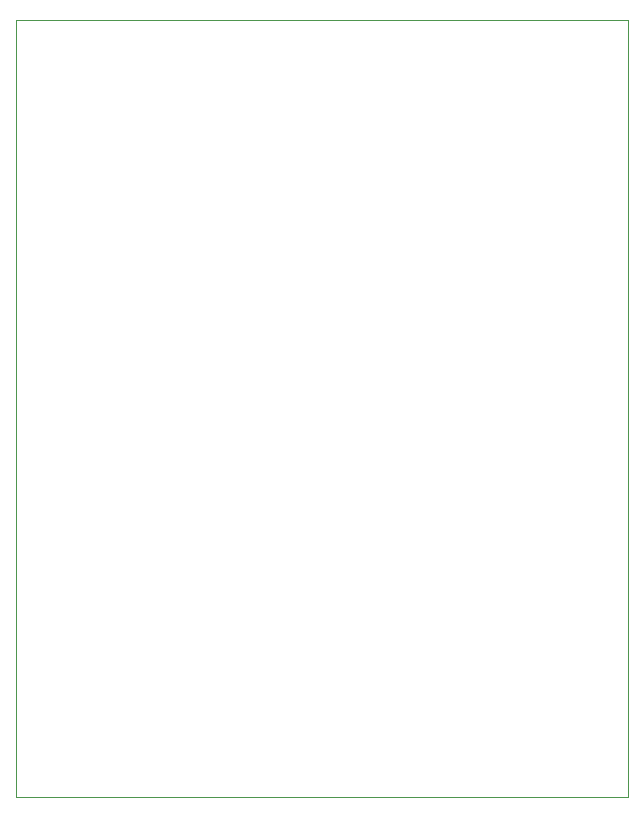
<source format=gm1>
%TF.GenerationSoftware,KiCad,Pcbnew,7.0.9*%
%TF.CreationDate,2023-11-10T11:55:04-08:00*%
%TF.ProjectId,RatGDO-OpenSource-D1Mini-ESP8266-Tubez,52617447-444f-42d4-9f70-656e536f7572,2.5.0*%
%TF.SameCoordinates,Original*%
%TF.FileFunction,Profile,NP*%
%FSLAX46Y46*%
G04 Gerber Fmt 4.6, Leading zero omitted, Abs format (unit mm)*
G04 Created by KiCad (PCBNEW 7.0.9) date 2023-11-10 11:55:04*
%MOMM*%
%LPD*%
G01*
G04 APERTURE LIST*
%TA.AperFunction,Profile*%
%ADD10C,0.100000*%
%TD*%
G04 APERTURE END LIST*
D10*
X115062000Y-57150000D02*
X166878000Y-57150000D01*
X166878000Y-122936000D01*
X115062000Y-122936000D01*
X115062000Y-57150000D01*
M02*

</source>
